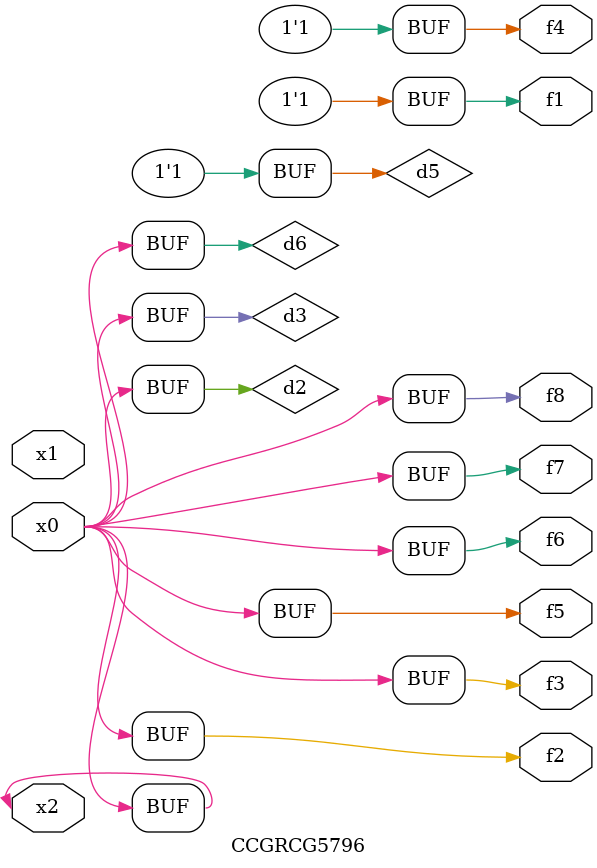
<source format=v>
module CCGRCG5796(
	input x0, x1, x2,
	output f1, f2, f3, f4, f5, f6, f7, f8
);

	wire d1, d2, d3, d4, d5, d6;

	xnor (d1, x2);
	buf (d2, x0, x2);
	and (d3, x0);
	xnor (d4, x1, x2);
	nand (d5, d1, d3);
	buf (d6, d2, d3);
	assign f1 = d5;
	assign f2 = d6;
	assign f3 = d6;
	assign f4 = d5;
	assign f5 = d6;
	assign f6 = d6;
	assign f7 = d6;
	assign f8 = d6;
endmodule

</source>
